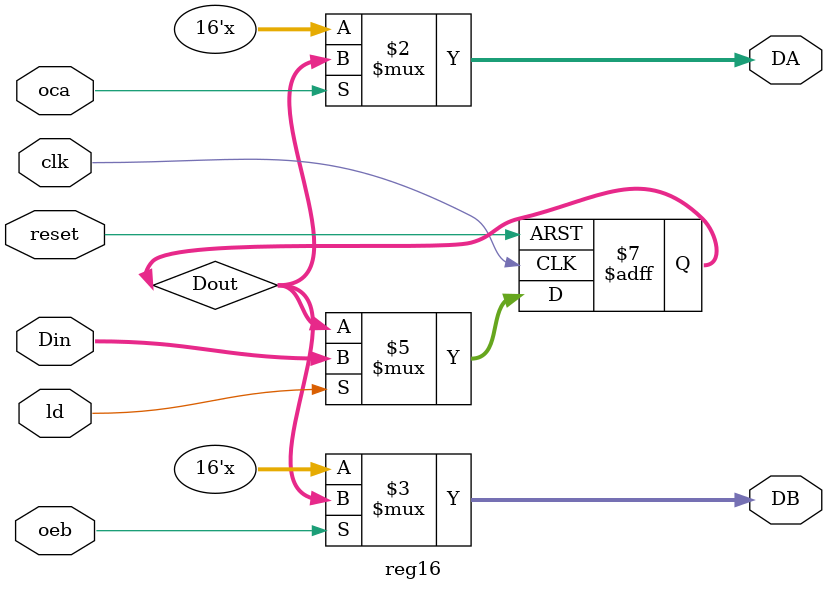
<source format=v>
`timescale 1ns / 1ps
module reg16(clk,reset,ld,Din,DA,DB,oca,oeb);

//Inputs
input 			clk,reset,ld, oca, oeb;
input [15:0] 	Din;

//Output
output [15:0] DA, DB;

//wire
reg [15:0] Dout;

//Behavioral section for writing to the register
always @ (posedge clk or posedge reset)
	if (reset)
		Dout<= 16'b0;
	else
		if(ld)
			Dout<= Din;
		else Dout <= Dout;
//Conditional Continuous assignments for reading the register
assign DA = oca ? Dout : 16'hz;
assign DB = oeb ? Dout : 16'hz;


endmodule

</source>
